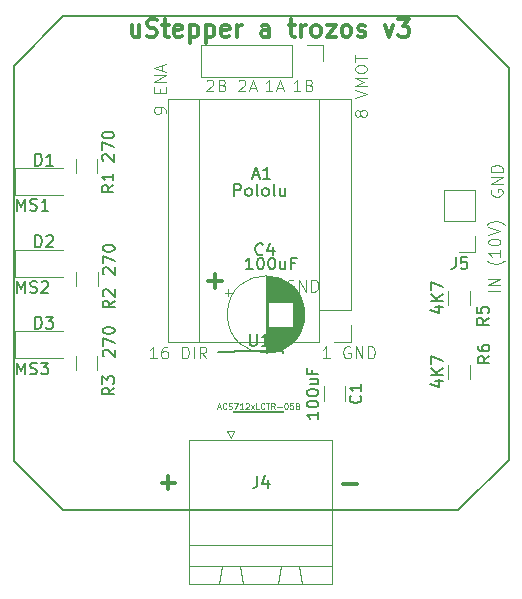
<source format=gbr>
G04 #@! TF.GenerationSoftware,KiCad,Pcbnew,5.0.1-33cea8e~68~ubuntu18.04.1*
G04 #@! TF.CreationDate,2018-11-12T21:08:18+01:00*
G04 #@! TF.ProjectId,ustepper_pololu,75737465707065725F706F6C6F6C752E,rev?*
G04 #@! TF.SameCoordinates,Original*
G04 #@! TF.FileFunction,Legend,Top*
G04 #@! TF.FilePolarity,Positive*
%FSLAX46Y46*%
G04 Gerber Fmt 4.6, Leading zero omitted, Abs format (unit mm)*
G04 Created by KiCad (PCBNEW 5.0.1-33cea8e~68~ubuntu18.04.1) date lun 12 nov 2018 21:08:18 CET*
%MOMM*%
%LPD*%
G01*
G04 APERTURE LIST*
%ADD10C,0.300000*%
%ADD11C,0.100000*%
%ADD12C,0.200000*%
%ADD13C,0.150000*%
%ADD14C,0.120000*%
G04 APERTURE END LIST*
D10*
X192292871Y-87941242D02*
X193435728Y-87941242D01*
D11*
X177289280Y-56510890D02*
X177289280Y-56320414D01*
X177241661Y-56225176D01*
X177194042Y-56177557D01*
X177051185Y-56082319D01*
X176860709Y-56034700D01*
X176479757Y-56034700D01*
X176384519Y-56082319D01*
X176336900Y-56129938D01*
X176289280Y-56225176D01*
X176289280Y-56415652D01*
X176336900Y-56510890D01*
X176384519Y-56558509D01*
X176479757Y-56606128D01*
X176717852Y-56606128D01*
X176813090Y-56558509D01*
X176860709Y-56510890D01*
X176908328Y-56415652D01*
X176908328Y-56225176D01*
X176860709Y-56129938D01*
X176813090Y-56082319D01*
X176717852Y-56034700D01*
X176765471Y-54844223D02*
X176765471Y-54510890D01*
X177289280Y-54368033D02*
X177289280Y-54844223D01*
X176289280Y-54844223D01*
X176289280Y-54368033D01*
X177289280Y-53939461D02*
X176289280Y-53939461D01*
X177289280Y-53368033D01*
X176289280Y-53368033D01*
X177003566Y-52939461D02*
X177003566Y-52463271D01*
X177289280Y-53034700D02*
X176289280Y-52701366D01*
X177289280Y-52368033D01*
D10*
X180862871Y-70783542D02*
X182005728Y-70783542D01*
X181434300Y-71354971D02*
X181434300Y-70212114D01*
D11*
X205597580Y-71622180D02*
X204597580Y-71622180D01*
X205597580Y-71145990D02*
X204597580Y-71145990D01*
X205597580Y-70574561D01*
X204597580Y-70574561D01*
X205978533Y-69050752D02*
X205930914Y-69098371D01*
X205788057Y-69193609D01*
X205692819Y-69241228D01*
X205549961Y-69288847D01*
X205311866Y-69336466D01*
X205121390Y-69336466D01*
X204883295Y-69288847D01*
X204740438Y-69241228D01*
X204645200Y-69193609D01*
X204502342Y-69098371D01*
X204454723Y-69050752D01*
X205597580Y-68145990D02*
X205597580Y-68717419D01*
X205597580Y-68431704D02*
X204597580Y-68431704D01*
X204740438Y-68526942D01*
X204835676Y-68622180D01*
X204883295Y-68717419D01*
X204597580Y-67526942D02*
X204597580Y-67431704D01*
X204645200Y-67336466D01*
X204692819Y-67288847D01*
X204788057Y-67241228D01*
X204978533Y-67193609D01*
X205216628Y-67193609D01*
X205407104Y-67241228D01*
X205502342Y-67288847D01*
X205549961Y-67336466D01*
X205597580Y-67431704D01*
X205597580Y-67526942D01*
X205549961Y-67622180D01*
X205502342Y-67669800D01*
X205407104Y-67717419D01*
X205216628Y-67765038D01*
X204978533Y-67765038D01*
X204788057Y-67717419D01*
X204692819Y-67669800D01*
X204645200Y-67622180D01*
X204597580Y-67526942D01*
X204597580Y-66907895D02*
X205597580Y-66574561D01*
X204597580Y-66241228D01*
X205978533Y-66003133D02*
X205930914Y-65955514D01*
X205788057Y-65860276D01*
X205692819Y-65812657D01*
X205549961Y-65765038D01*
X205311866Y-65717419D01*
X205121390Y-65717419D01*
X204883295Y-65765038D01*
X204740438Y-65812657D01*
X204645200Y-65860276D01*
X204502342Y-65955514D01*
X204454723Y-66003133D01*
X204848400Y-63056304D02*
X204800780Y-63151542D01*
X204800780Y-63294400D01*
X204848400Y-63437257D01*
X204943638Y-63532495D01*
X205038876Y-63580114D01*
X205229352Y-63627733D01*
X205372209Y-63627733D01*
X205562685Y-63580114D01*
X205657923Y-63532495D01*
X205753161Y-63437257D01*
X205800780Y-63294400D01*
X205800780Y-63199161D01*
X205753161Y-63056304D01*
X205705542Y-63008685D01*
X205372209Y-63008685D01*
X205372209Y-63199161D01*
X205800780Y-62580114D02*
X204800780Y-62580114D01*
X205800780Y-62008685D01*
X204800780Y-62008685D01*
X205800780Y-61532495D02*
X204800780Y-61532495D01*
X204800780Y-61294400D01*
X204848400Y-61151542D01*
X204943638Y-61056304D01*
X205038876Y-61008685D01*
X205229352Y-60961066D01*
X205372209Y-60961066D01*
X205562685Y-61008685D01*
X205657923Y-61056304D01*
X205753161Y-61151542D01*
X205800780Y-61294400D01*
X205800780Y-61532495D01*
X176525976Y-77326380D02*
X175954547Y-77326380D01*
X176240261Y-77326380D02*
X176240261Y-76326380D01*
X176145023Y-76469238D01*
X176049785Y-76564476D01*
X175954547Y-76612095D01*
X177383119Y-76326380D02*
X177192642Y-76326380D01*
X177097404Y-76374000D01*
X177049785Y-76421619D01*
X176954547Y-76564476D01*
X176906928Y-76754952D01*
X176906928Y-77135904D01*
X176954547Y-77231142D01*
X177002166Y-77278761D01*
X177097404Y-77326380D01*
X177287880Y-77326380D01*
X177383119Y-77278761D01*
X177430738Y-77231142D01*
X177478357Y-77135904D01*
X177478357Y-76897809D01*
X177430738Y-76802571D01*
X177383119Y-76754952D01*
X177287880Y-76707333D01*
X177097404Y-76707333D01*
X177002166Y-76754952D01*
X176954547Y-76802571D01*
X176906928Y-76897809D01*
X178668833Y-77326380D02*
X178668833Y-76326380D01*
X178906928Y-76326380D01*
X179049785Y-76374000D01*
X179145023Y-76469238D01*
X179192642Y-76564476D01*
X179240261Y-76754952D01*
X179240261Y-76897809D01*
X179192642Y-77088285D01*
X179145023Y-77183523D01*
X179049785Y-77278761D01*
X178906928Y-77326380D01*
X178668833Y-77326380D01*
X179668833Y-77326380D02*
X179668833Y-76326380D01*
X180716452Y-77326380D02*
X180383119Y-76850190D01*
X180145023Y-77326380D02*
X180145023Y-76326380D01*
X180525976Y-76326380D01*
X180621214Y-76374000D01*
X180668833Y-76421619D01*
X180716452Y-76516857D01*
X180716452Y-76659714D01*
X180668833Y-76754952D01*
X180621214Y-76802571D01*
X180525976Y-76850190D01*
X180145023Y-76850190D01*
D10*
X175044091Y-49095171D02*
X175044091Y-50095171D01*
X174401234Y-49095171D02*
X174401234Y-49880885D01*
X174472662Y-50023742D01*
X174615520Y-50095171D01*
X174829805Y-50095171D01*
X174972662Y-50023742D01*
X175044091Y-49952314D01*
X175686948Y-50023742D02*
X175901234Y-50095171D01*
X176258377Y-50095171D01*
X176401234Y-50023742D01*
X176472662Y-49952314D01*
X176544091Y-49809457D01*
X176544091Y-49666600D01*
X176472662Y-49523742D01*
X176401234Y-49452314D01*
X176258377Y-49380885D01*
X175972662Y-49309457D01*
X175829805Y-49238028D01*
X175758377Y-49166600D01*
X175686948Y-49023742D01*
X175686948Y-48880885D01*
X175758377Y-48738028D01*
X175829805Y-48666600D01*
X175972662Y-48595171D01*
X176329805Y-48595171D01*
X176544091Y-48666600D01*
X176972662Y-49095171D02*
X177544091Y-49095171D01*
X177186948Y-48595171D02*
X177186948Y-49880885D01*
X177258377Y-50023742D01*
X177401234Y-50095171D01*
X177544091Y-50095171D01*
X178615520Y-50023742D02*
X178472662Y-50095171D01*
X178186948Y-50095171D01*
X178044091Y-50023742D01*
X177972662Y-49880885D01*
X177972662Y-49309457D01*
X178044091Y-49166600D01*
X178186948Y-49095171D01*
X178472662Y-49095171D01*
X178615520Y-49166600D01*
X178686948Y-49309457D01*
X178686948Y-49452314D01*
X177972662Y-49595171D01*
X179329805Y-49095171D02*
X179329805Y-50595171D01*
X179329805Y-49166600D02*
X179472662Y-49095171D01*
X179758377Y-49095171D01*
X179901234Y-49166600D01*
X179972662Y-49238028D01*
X180044091Y-49380885D01*
X180044091Y-49809457D01*
X179972662Y-49952314D01*
X179901234Y-50023742D01*
X179758377Y-50095171D01*
X179472662Y-50095171D01*
X179329805Y-50023742D01*
X180686948Y-49095171D02*
X180686948Y-50595171D01*
X180686948Y-49166600D02*
X180829805Y-49095171D01*
X181115520Y-49095171D01*
X181258377Y-49166600D01*
X181329805Y-49238028D01*
X181401234Y-49380885D01*
X181401234Y-49809457D01*
X181329805Y-49952314D01*
X181258377Y-50023742D01*
X181115520Y-50095171D01*
X180829805Y-50095171D01*
X180686948Y-50023742D01*
X182615520Y-50023742D02*
X182472662Y-50095171D01*
X182186948Y-50095171D01*
X182044091Y-50023742D01*
X181972662Y-49880885D01*
X181972662Y-49309457D01*
X182044091Y-49166600D01*
X182186948Y-49095171D01*
X182472662Y-49095171D01*
X182615520Y-49166600D01*
X182686948Y-49309457D01*
X182686948Y-49452314D01*
X181972662Y-49595171D01*
X183329805Y-50095171D02*
X183329805Y-49095171D01*
X183329805Y-49380885D02*
X183401234Y-49238028D01*
X183472662Y-49166600D01*
X183615520Y-49095171D01*
X183758377Y-49095171D01*
X186044091Y-50095171D02*
X186044091Y-49309457D01*
X185972662Y-49166600D01*
X185829805Y-49095171D01*
X185544091Y-49095171D01*
X185401234Y-49166600D01*
X186044091Y-50023742D02*
X185901234Y-50095171D01*
X185544091Y-50095171D01*
X185401234Y-50023742D01*
X185329805Y-49880885D01*
X185329805Y-49738028D01*
X185401234Y-49595171D01*
X185544091Y-49523742D01*
X185901234Y-49523742D01*
X186044091Y-49452314D01*
X187686948Y-49095171D02*
X188258377Y-49095171D01*
X187901234Y-48595171D02*
X187901234Y-49880885D01*
X187972662Y-50023742D01*
X188115520Y-50095171D01*
X188258377Y-50095171D01*
X188758377Y-50095171D02*
X188758377Y-49095171D01*
X188758377Y-49380885D02*
X188829805Y-49238028D01*
X188901234Y-49166600D01*
X189044091Y-49095171D01*
X189186948Y-49095171D01*
X189901234Y-50095171D02*
X189758377Y-50023742D01*
X189686948Y-49952314D01*
X189615520Y-49809457D01*
X189615520Y-49380885D01*
X189686948Y-49238028D01*
X189758377Y-49166600D01*
X189901234Y-49095171D01*
X190115520Y-49095171D01*
X190258377Y-49166600D01*
X190329805Y-49238028D01*
X190401234Y-49380885D01*
X190401234Y-49809457D01*
X190329805Y-49952314D01*
X190258377Y-50023742D01*
X190115520Y-50095171D01*
X189901234Y-50095171D01*
X190901234Y-49095171D02*
X191686948Y-49095171D01*
X190901234Y-50095171D01*
X191686948Y-50095171D01*
X192472662Y-50095171D02*
X192329805Y-50023742D01*
X192258377Y-49952314D01*
X192186948Y-49809457D01*
X192186948Y-49380885D01*
X192258377Y-49238028D01*
X192329805Y-49166600D01*
X192472662Y-49095171D01*
X192686948Y-49095171D01*
X192829805Y-49166600D01*
X192901234Y-49238028D01*
X192972662Y-49380885D01*
X192972662Y-49809457D01*
X192901234Y-49952314D01*
X192829805Y-50023742D01*
X192686948Y-50095171D01*
X192472662Y-50095171D01*
X193544091Y-50023742D02*
X193686948Y-50095171D01*
X193972662Y-50095171D01*
X194115520Y-50023742D01*
X194186948Y-49880885D01*
X194186948Y-49809457D01*
X194115520Y-49666600D01*
X193972662Y-49595171D01*
X193758377Y-49595171D01*
X193615520Y-49523742D01*
X193544091Y-49380885D01*
X193544091Y-49309457D01*
X193615520Y-49166600D01*
X193758377Y-49095171D01*
X193972662Y-49095171D01*
X194115520Y-49166600D01*
X195829805Y-49095171D02*
X196186948Y-50095171D01*
X196544091Y-49095171D01*
X196972662Y-48595171D02*
X197901234Y-48595171D01*
X197401234Y-49166600D01*
X197615520Y-49166600D01*
X197758377Y-49238028D01*
X197829805Y-49309457D01*
X197901234Y-49452314D01*
X197901234Y-49809457D01*
X197829805Y-49952314D01*
X197758377Y-50023742D01*
X197615520Y-50095171D01*
X197186948Y-50095171D01*
X197044091Y-50023742D01*
X196972662Y-49952314D01*
D11*
X191169052Y-77313680D02*
X190597623Y-77313680D01*
X190883338Y-77313680D02*
X190883338Y-76313680D01*
X190788100Y-76456538D01*
X190692861Y-76551776D01*
X190597623Y-76599395D01*
X192883338Y-76361300D02*
X192788100Y-76313680D01*
X192645242Y-76313680D01*
X192502385Y-76361300D01*
X192407147Y-76456538D01*
X192359528Y-76551776D01*
X192311909Y-76742252D01*
X192311909Y-76885109D01*
X192359528Y-77075585D01*
X192407147Y-77170823D01*
X192502385Y-77266061D01*
X192645242Y-77313680D01*
X192740480Y-77313680D01*
X192883338Y-77266061D01*
X192930957Y-77218442D01*
X192930957Y-76885109D01*
X192740480Y-76885109D01*
X193359528Y-77313680D02*
X193359528Y-76313680D01*
X193930957Y-77313680D01*
X193930957Y-76313680D01*
X194407147Y-77313680D02*
X194407147Y-76313680D01*
X194645242Y-76313680D01*
X194788100Y-76361300D01*
X194883338Y-76456538D01*
X194930957Y-76551776D01*
X194978576Y-76742252D01*
X194978576Y-76885109D01*
X194930957Y-77075585D01*
X194883338Y-77170823D01*
X194788100Y-77266061D01*
X194645242Y-77313680D01*
X194407147Y-77313680D01*
X193748552Y-56674352D02*
X193700933Y-56769590D01*
X193653314Y-56817209D01*
X193558076Y-56864828D01*
X193510457Y-56864828D01*
X193415219Y-56817209D01*
X193367600Y-56769590D01*
X193319980Y-56674352D01*
X193319980Y-56483876D01*
X193367600Y-56388638D01*
X193415219Y-56341019D01*
X193510457Y-56293400D01*
X193558076Y-56293400D01*
X193653314Y-56341019D01*
X193700933Y-56388638D01*
X193748552Y-56483876D01*
X193748552Y-56674352D01*
X193796171Y-56769590D01*
X193843790Y-56817209D01*
X193939028Y-56864828D01*
X194129504Y-56864828D01*
X194224742Y-56817209D01*
X194272361Y-56769590D01*
X194319980Y-56674352D01*
X194319980Y-56483876D01*
X194272361Y-56388638D01*
X194224742Y-56341019D01*
X194129504Y-56293400D01*
X193939028Y-56293400D01*
X193843790Y-56341019D01*
X193796171Y-56388638D01*
X193748552Y-56483876D01*
X193319980Y-55245780D02*
X194319980Y-54912447D01*
X193319980Y-54579114D01*
X194319980Y-54245780D02*
X193319980Y-54245780D01*
X194034266Y-53912447D01*
X193319980Y-53579114D01*
X194319980Y-53579114D01*
X193319980Y-52912447D02*
X193319980Y-52721971D01*
X193367600Y-52626733D01*
X193462838Y-52531495D01*
X193653314Y-52483876D01*
X193986647Y-52483876D01*
X194177123Y-52531495D01*
X194272361Y-52626733D01*
X194319980Y-52721971D01*
X194319980Y-52912447D01*
X194272361Y-53007685D01*
X194177123Y-53102923D01*
X193986647Y-53150542D01*
X193653314Y-53150542D01*
X193462838Y-53102923D01*
X193367600Y-53007685D01*
X193319980Y-52912447D01*
X193319980Y-52198161D02*
X193319980Y-51626733D01*
X194319980Y-51912447D02*
X193319980Y-51912447D01*
X188685074Y-54725460D02*
X188113645Y-54725460D01*
X188399360Y-54725460D02*
X188399360Y-53725460D01*
X188304121Y-53868318D01*
X188208883Y-53963556D01*
X188113645Y-54011175D01*
X189446979Y-54201651D02*
X189589836Y-54249270D01*
X189637455Y-54296889D01*
X189685074Y-54392127D01*
X189685074Y-54534984D01*
X189637455Y-54630222D01*
X189589836Y-54677841D01*
X189494598Y-54725460D01*
X189113645Y-54725460D01*
X189113645Y-53725460D01*
X189446979Y-53725460D01*
X189542217Y-53773080D01*
X189589836Y-53820699D01*
X189637455Y-53915937D01*
X189637455Y-54011175D01*
X189589836Y-54106413D01*
X189542217Y-54154032D01*
X189446979Y-54201651D01*
X189113645Y-54201651D01*
X186318102Y-54725460D02*
X185746674Y-54725460D01*
X186032388Y-54725460D02*
X186032388Y-53725460D01*
X185937150Y-53868318D01*
X185841912Y-53963556D01*
X185746674Y-54011175D01*
X186699055Y-54439746D02*
X187175245Y-54439746D01*
X186603817Y-54725460D02*
X186937150Y-53725460D01*
X187270483Y-54725460D01*
X183460674Y-53820699D02*
X183508293Y-53773080D01*
X183603531Y-53725460D01*
X183841626Y-53725460D01*
X183936864Y-53773080D01*
X183984483Y-53820699D01*
X184032102Y-53915937D01*
X184032102Y-54011175D01*
X183984483Y-54154032D01*
X183413055Y-54725460D01*
X184032102Y-54725460D01*
X184413055Y-54439746D02*
X184889245Y-54439746D01*
X184317817Y-54725460D02*
X184651150Y-53725460D01*
X184984483Y-54725460D01*
X180747645Y-53820699D02*
X180795264Y-53773080D01*
X180890502Y-53725460D01*
X181128598Y-53725460D01*
X181223836Y-53773080D01*
X181271455Y-53820699D01*
X181319074Y-53915937D01*
X181319074Y-54011175D01*
X181271455Y-54154032D01*
X180700026Y-54725460D01*
X181319074Y-54725460D01*
X182080979Y-54201651D02*
X182223836Y-54249270D01*
X182271455Y-54296889D01*
X182319074Y-54392127D01*
X182319074Y-54534984D01*
X182271455Y-54630222D01*
X182223836Y-54677841D01*
X182128598Y-54725460D01*
X181747645Y-54725460D01*
X181747645Y-53725460D01*
X182080979Y-53725460D01*
X182176217Y-53773080D01*
X182223836Y-53820699D01*
X182271455Y-53915937D01*
X182271455Y-54011175D01*
X182223836Y-54106413D01*
X182176217Y-54154032D01*
X182080979Y-54201651D01*
X181747645Y-54201651D01*
X188089195Y-70709800D02*
X187993957Y-70662180D01*
X187851100Y-70662180D01*
X187708242Y-70709800D01*
X187613004Y-70805038D01*
X187565385Y-70900276D01*
X187517766Y-71090752D01*
X187517766Y-71233609D01*
X187565385Y-71424085D01*
X187613004Y-71519323D01*
X187708242Y-71614561D01*
X187851100Y-71662180D01*
X187946338Y-71662180D01*
X188089195Y-71614561D01*
X188136814Y-71566942D01*
X188136814Y-71233609D01*
X187946338Y-71233609D01*
X188565385Y-71662180D02*
X188565385Y-70662180D01*
X189136814Y-71662180D01*
X189136814Y-70662180D01*
X189613004Y-71662180D02*
X189613004Y-70662180D01*
X189851100Y-70662180D01*
X189993957Y-70709800D01*
X190089195Y-70805038D01*
X190136814Y-70900276D01*
X190184433Y-71090752D01*
X190184433Y-71233609D01*
X190136814Y-71424085D01*
X190089195Y-71519323D01*
X189993957Y-71614561D01*
X189851100Y-71662180D01*
X189613004Y-71662180D01*
D10*
X176938571Y-87852342D02*
X178081428Y-87852342D01*
X177510000Y-88423771D02*
X177510000Y-87280914D01*
D12*
X164400000Y-86000000D02*
X164400000Y-52600000D01*
X168600000Y-90200000D02*
X164400000Y-86000000D01*
X202000000Y-90200000D02*
X168600000Y-90200000D01*
X206300000Y-85900000D02*
X202000000Y-90200000D01*
X206300000Y-52700000D02*
X206300000Y-85900000D01*
X201900000Y-48300000D02*
X206300000Y-52700000D01*
X168600000Y-48300000D02*
X201900000Y-48300000D01*
X164400000Y-52600000D02*
X168600000Y-48300000D01*
D13*
G04 #@! TO.C,U1*
X183093100Y-76737400D02*
X183093100Y-76787400D01*
X187243100Y-76737400D02*
X187243100Y-76882400D01*
X187243100Y-81887400D02*
X187243100Y-81742400D01*
X183093100Y-81887400D02*
X183093100Y-81742400D01*
X183093100Y-76737400D02*
X187243100Y-76737400D01*
X183093100Y-81887400D02*
X187243100Y-81887400D01*
X183093100Y-76787400D02*
X181693100Y-76787400D01*
D14*
G04 #@! TO.C,A1*
X180100800Y-75937200D02*
X180100800Y-55357200D01*
X190260800Y-73267200D02*
X190260800Y-55357200D01*
X191530800Y-75937200D02*
X192930800Y-75937200D01*
X192930800Y-75937200D02*
X192930800Y-74537200D01*
X190260800Y-75937200D02*
X190260800Y-73267200D01*
X190260800Y-73267200D02*
X192930800Y-73267200D01*
X192930800Y-73267200D02*
X192930800Y-55357200D01*
X192930800Y-55357200D02*
X177430800Y-55357200D01*
X177430800Y-55357200D02*
X177430800Y-75937200D01*
X177430800Y-75937200D02*
X190260800Y-75937200D01*
G04 #@! TO.C,J5*
X203478000Y-63098000D02*
X200818000Y-63098000D01*
X203478000Y-65698000D02*
X203478000Y-63098000D01*
X200818000Y-65698000D02*
X200818000Y-63098000D01*
X203478000Y-65698000D02*
X200818000Y-65698000D01*
X203478000Y-66968000D02*
X203478000Y-68298000D01*
X203478000Y-68298000D02*
X202148000Y-68298000D01*
G04 #@! TO.C,C4*
X189040400Y-73597400D02*
G75*
G03X189040400Y-73597400I-3270000J0D01*
G01*
X185770400Y-70367400D02*
X185770400Y-76827400D01*
X185810400Y-70367400D02*
X185810400Y-76827400D01*
X185850400Y-70367400D02*
X185850400Y-76827400D01*
X185890400Y-70369400D02*
X185890400Y-76825400D01*
X185930400Y-70370400D02*
X185930400Y-76824400D01*
X185970400Y-70373400D02*
X185970400Y-76821400D01*
X186010400Y-70375400D02*
X186010400Y-72557400D01*
X186010400Y-74637400D02*
X186010400Y-76819400D01*
X186050400Y-70379400D02*
X186050400Y-72557400D01*
X186050400Y-74637400D02*
X186050400Y-76815400D01*
X186090400Y-70382400D02*
X186090400Y-72557400D01*
X186090400Y-74637400D02*
X186090400Y-76812400D01*
X186130400Y-70386400D02*
X186130400Y-72557400D01*
X186130400Y-74637400D02*
X186130400Y-76808400D01*
X186170400Y-70391400D02*
X186170400Y-72557400D01*
X186170400Y-74637400D02*
X186170400Y-76803400D01*
X186210400Y-70396400D02*
X186210400Y-72557400D01*
X186210400Y-74637400D02*
X186210400Y-76798400D01*
X186250400Y-70402400D02*
X186250400Y-72557400D01*
X186250400Y-74637400D02*
X186250400Y-76792400D01*
X186290400Y-70408400D02*
X186290400Y-72557400D01*
X186290400Y-74637400D02*
X186290400Y-76786400D01*
X186330400Y-70415400D02*
X186330400Y-72557400D01*
X186330400Y-74637400D02*
X186330400Y-76779400D01*
X186370400Y-70422400D02*
X186370400Y-72557400D01*
X186370400Y-74637400D02*
X186370400Y-76772400D01*
X186410400Y-70430400D02*
X186410400Y-72557400D01*
X186410400Y-74637400D02*
X186410400Y-76764400D01*
X186450400Y-70438400D02*
X186450400Y-72557400D01*
X186450400Y-74637400D02*
X186450400Y-76756400D01*
X186491400Y-70447400D02*
X186491400Y-72557400D01*
X186491400Y-74637400D02*
X186491400Y-76747400D01*
X186531400Y-70456400D02*
X186531400Y-72557400D01*
X186531400Y-74637400D02*
X186531400Y-76738400D01*
X186571400Y-70466400D02*
X186571400Y-72557400D01*
X186571400Y-74637400D02*
X186571400Y-76728400D01*
X186611400Y-70476400D02*
X186611400Y-72557400D01*
X186611400Y-74637400D02*
X186611400Y-76718400D01*
X186651400Y-70487400D02*
X186651400Y-72557400D01*
X186651400Y-74637400D02*
X186651400Y-76707400D01*
X186691400Y-70499400D02*
X186691400Y-72557400D01*
X186691400Y-74637400D02*
X186691400Y-76695400D01*
X186731400Y-70511400D02*
X186731400Y-72557400D01*
X186731400Y-74637400D02*
X186731400Y-76683400D01*
X186771400Y-70523400D02*
X186771400Y-72557400D01*
X186771400Y-74637400D02*
X186771400Y-76671400D01*
X186811400Y-70536400D02*
X186811400Y-72557400D01*
X186811400Y-74637400D02*
X186811400Y-76658400D01*
X186851400Y-70550400D02*
X186851400Y-72557400D01*
X186851400Y-74637400D02*
X186851400Y-76644400D01*
X186891400Y-70564400D02*
X186891400Y-72557400D01*
X186891400Y-74637400D02*
X186891400Y-76630400D01*
X186931400Y-70579400D02*
X186931400Y-72557400D01*
X186931400Y-74637400D02*
X186931400Y-76615400D01*
X186971400Y-70595400D02*
X186971400Y-72557400D01*
X186971400Y-74637400D02*
X186971400Y-76599400D01*
X187011400Y-70611400D02*
X187011400Y-72557400D01*
X187011400Y-74637400D02*
X187011400Y-76583400D01*
X187051400Y-70627400D02*
X187051400Y-72557400D01*
X187051400Y-74637400D02*
X187051400Y-76567400D01*
X187091400Y-70645400D02*
X187091400Y-72557400D01*
X187091400Y-74637400D02*
X187091400Y-76549400D01*
X187131400Y-70663400D02*
X187131400Y-72557400D01*
X187131400Y-74637400D02*
X187131400Y-76531400D01*
X187171400Y-70681400D02*
X187171400Y-72557400D01*
X187171400Y-74637400D02*
X187171400Y-76513400D01*
X187211400Y-70701400D02*
X187211400Y-72557400D01*
X187211400Y-74637400D02*
X187211400Y-76493400D01*
X187251400Y-70721400D02*
X187251400Y-72557400D01*
X187251400Y-74637400D02*
X187251400Y-76473400D01*
X187291400Y-70741400D02*
X187291400Y-72557400D01*
X187291400Y-74637400D02*
X187291400Y-76453400D01*
X187331400Y-70763400D02*
X187331400Y-72557400D01*
X187331400Y-74637400D02*
X187331400Y-76431400D01*
X187371400Y-70785400D02*
X187371400Y-72557400D01*
X187371400Y-74637400D02*
X187371400Y-76409400D01*
X187411400Y-70807400D02*
X187411400Y-72557400D01*
X187411400Y-74637400D02*
X187411400Y-76387400D01*
X187451400Y-70831400D02*
X187451400Y-72557400D01*
X187451400Y-74637400D02*
X187451400Y-76363400D01*
X187491400Y-70855400D02*
X187491400Y-72557400D01*
X187491400Y-74637400D02*
X187491400Y-76339400D01*
X187531400Y-70881400D02*
X187531400Y-72557400D01*
X187531400Y-74637400D02*
X187531400Y-76313400D01*
X187571400Y-70907400D02*
X187571400Y-72557400D01*
X187571400Y-74637400D02*
X187571400Y-76287400D01*
X187611400Y-70933400D02*
X187611400Y-72557400D01*
X187611400Y-74637400D02*
X187611400Y-76261400D01*
X187651400Y-70961400D02*
X187651400Y-72557400D01*
X187651400Y-74637400D02*
X187651400Y-76233400D01*
X187691400Y-70990400D02*
X187691400Y-72557400D01*
X187691400Y-74637400D02*
X187691400Y-76204400D01*
X187731400Y-71019400D02*
X187731400Y-72557400D01*
X187731400Y-74637400D02*
X187731400Y-76175400D01*
X187771400Y-71049400D02*
X187771400Y-72557400D01*
X187771400Y-74637400D02*
X187771400Y-76145400D01*
X187811400Y-71081400D02*
X187811400Y-72557400D01*
X187811400Y-74637400D02*
X187811400Y-76113400D01*
X187851400Y-71113400D02*
X187851400Y-72557400D01*
X187851400Y-74637400D02*
X187851400Y-76081400D01*
X187891400Y-71147400D02*
X187891400Y-72557400D01*
X187891400Y-74637400D02*
X187891400Y-76047400D01*
X187931400Y-71181400D02*
X187931400Y-72557400D01*
X187931400Y-74637400D02*
X187931400Y-76013400D01*
X187971400Y-71217400D02*
X187971400Y-72557400D01*
X187971400Y-74637400D02*
X187971400Y-75977400D01*
X188011400Y-71254400D02*
X188011400Y-72557400D01*
X188011400Y-74637400D02*
X188011400Y-75940400D01*
X188051400Y-71292400D02*
X188051400Y-72557400D01*
X188051400Y-74637400D02*
X188051400Y-75902400D01*
X188091400Y-71332400D02*
X188091400Y-75862400D01*
X188131400Y-71373400D02*
X188131400Y-75821400D01*
X188171400Y-71415400D02*
X188171400Y-75779400D01*
X188211400Y-71460400D02*
X188211400Y-75734400D01*
X188251400Y-71505400D02*
X188251400Y-75689400D01*
X188291400Y-71553400D02*
X188291400Y-75641400D01*
X188331400Y-71602400D02*
X188331400Y-75592400D01*
X188371400Y-71653400D02*
X188371400Y-75541400D01*
X188411400Y-71707400D02*
X188411400Y-75487400D01*
X188451400Y-71763400D02*
X188451400Y-75431400D01*
X188491400Y-71821400D02*
X188491400Y-75373400D01*
X188531400Y-71883400D02*
X188531400Y-75311400D01*
X188571400Y-71947400D02*
X188571400Y-75247400D01*
X188611400Y-72016400D02*
X188611400Y-75178400D01*
X188651400Y-72088400D02*
X188651400Y-75106400D01*
X188691400Y-72165400D02*
X188691400Y-75029400D01*
X188731400Y-72247400D02*
X188731400Y-74947400D01*
X188771400Y-72335400D02*
X188771400Y-74859400D01*
X188811400Y-72432400D02*
X188811400Y-74762400D01*
X188851400Y-72538400D02*
X188851400Y-74656400D01*
X188891400Y-72657400D02*
X188891400Y-74537400D01*
X188931400Y-72795400D02*
X188931400Y-74399400D01*
X188971400Y-72964400D02*
X188971400Y-74230400D01*
X189011400Y-73195400D02*
X189011400Y-73999400D01*
X182270159Y-71758400D02*
X182900159Y-71758400D01*
X182585159Y-71443400D02*
X182585159Y-72073400D01*
G04 #@! TO.C,J4*
X179213200Y-84268200D02*
X179213200Y-96428200D01*
X179213200Y-96428200D02*
X191373200Y-96428200D01*
X191373200Y-96428200D02*
X191373200Y-84268200D01*
X191373200Y-84268200D02*
X179213200Y-84268200D01*
X179213200Y-94928200D02*
X179213200Y-93128200D01*
X179213200Y-93128200D02*
X191373200Y-93128200D01*
X191373200Y-93128200D02*
X191373200Y-94928200D01*
X191373200Y-94928200D02*
X179213200Y-94928200D01*
X181793200Y-96428200D02*
X183793200Y-96428200D01*
X183793200Y-96428200D02*
X183543200Y-94928200D01*
X183543200Y-94928200D02*
X182043200Y-94928200D01*
X182043200Y-94928200D02*
X181793200Y-96428200D01*
X186793200Y-96428200D02*
X188793200Y-96428200D01*
X188793200Y-96428200D02*
X188543200Y-94928200D01*
X188543200Y-94928200D02*
X187043200Y-94928200D01*
X187043200Y-94928200D02*
X186793200Y-96428200D01*
X183093200Y-83468200D02*
X182793200Y-84068200D01*
X182793200Y-84068200D02*
X182493200Y-83468200D01*
X182493200Y-83468200D02*
X183093200Y-83468200D01*
G04 #@! TO.C,R5*
X203007200Y-71598336D02*
X203007200Y-72802464D01*
X201187200Y-71598336D02*
X201187200Y-72802464D01*
G04 #@! TO.C,R6*
X201187200Y-77846736D02*
X201187200Y-79050864D01*
X203007200Y-77846736D02*
X203007200Y-79050864D01*
G04 #@! TO.C,J1*
X180294800Y-50804400D02*
X180294800Y-53464400D01*
X187974800Y-50804400D02*
X180294800Y-50804400D01*
X187974800Y-53464400D02*
X180294800Y-53464400D01*
X187974800Y-50804400D02*
X187974800Y-53464400D01*
X189244800Y-50804400D02*
X190574800Y-50804400D01*
X190574800Y-50804400D02*
X190574800Y-52134400D01*
G04 #@! TO.C,C1*
X192478900Y-79700936D02*
X192478900Y-80905064D01*
X190658900Y-79700936D02*
X190658900Y-80905064D01*
G04 #@! TO.C,D1*
X168556300Y-61235600D02*
X164496300Y-61235600D01*
X164496300Y-61235600D02*
X164496300Y-63505600D01*
X164496300Y-63505600D02*
X168556300Y-63505600D01*
G04 #@! TO.C,D2*
X164496300Y-70401700D02*
X168556300Y-70401700D01*
X164496300Y-68131700D02*
X164496300Y-70401700D01*
X168556300Y-68131700D02*
X164496300Y-68131700D01*
G04 #@! TO.C,D3*
X168556300Y-75027800D02*
X164496300Y-75027800D01*
X164496300Y-75027800D02*
X164496300Y-77297800D01*
X164496300Y-77297800D02*
X168556300Y-77297800D01*
G04 #@! TO.C,R1*
X171485800Y-60409636D02*
X171485800Y-61613764D01*
X169665800Y-60409636D02*
X169665800Y-61613764D01*
G04 #@! TO.C,R2*
X171536600Y-71214964D02*
X171536600Y-70010836D01*
X169716600Y-71214964D02*
X169716600Y-70010836D01*
G04 #@! TO.C,R3*
X169665800Y-78301564D02*
X169665800Y-77097436D01*
X171485800Y-78301564D02*
X171485800Y-77097436D01*
G04 #@! TO.C,U1*
D13*
X184406195Y-75264780D02*
X184406195Y-76074304D01*
X184453814Y-76169542D01*
X184501433Y-76217161D01*
X184596671Y-76264780D01*
X184787147Y-76264780D01*
X184882385Y-76217161D01*
X184930004Y-76169542D01*
X184977623Y-76074304D01*
X184977623Y-75264780D01*
X185977623Y-76264780D02*
X185406195Y-76264780D01*
X185691909Y-76264780D02*
X185691909Y-75264780D01*
X185596671Y-75407638D01*
X185501433Y-75502876D01*
X185406195Y-75550495D01*
D11*
X181677619Y-81465833D02*
X181915714Y-81465833D01*
X181630000Y-81608690D02*
X181796666Y-81108690D01*
X181963333Y-81608690D01*
X182415714Y-81561071D02*
X182391904Y-81584880D01*
X182320476Y-81608690D01*
X182272857Y-81608690D01*
X182201428Y-81584880D01*
X182153809Y-81537261D01*
X182130000Y-81489642D01*
X182106190Y-81394404D01*
X182106190Y-81322976D01*
X182130000Y-81227738D01*
X182153809Y-81180119D01*
X182201428Y-81132500D01*
X182272857Y-81108690D01*
X182320476Y-81108690D01*
X182391904Y-81132500D01*
X182415714Y-81156309D01*
X182606190Y-81584880D02*
X182677619Y-81608690D01*
X182796666Y-81608690D01*
X182844285Y-81584880D01*
X182868095Y-81561071D01*
X182891904Y-81513452D01*
X182891904Y-81465833D01*
X182868095Y-81418214D01*
X182844285Y-81394404D01*
X182796666Y-81370595D01*
X182701428Y-81346785D01*
X182653809Y-81322976D01*
X182630000Y-81299166D01*
X182606190Y-81251547D01*
X182606190Y-81203928D01*
X182630000Y-81156309D01*
X182653809Y-81132500D01*
X182701428Y-81108690D01*
X182820476Y-81108690D01*
X182891904Y-81132500D01*
X183058571Y-81108690D02*
X183391904Y-81108690D01*
X183177619Y-81608690D01*
X183844285Y-81608690D02*
X183558571Y-81608690D01*
X183701428Y-81608690D02*
X183701428Y-81108690D01*
X183653809Y-81180119D01*
X183606190Y-81227738D01*
X183558571Y-81251547D01*
X184034761Y-81156309D02*
X184058571Y-81132500D01*
X184106190Y-81108690D01*
X184225238Y-81108690D01*
X184272857Y-81132500D01*
X184296666Y-81156309D01*
X184320476Y-81203928D01*
X184320476Y-81251547D01*
X184296666Y-81322976D01*
X184010952Y-81608690D01*
X184320476Y-81608690D01*
X184487142Y-81608690D02*
X184749047Y-81275357D01*
X184487142Y-81275357D02*
X184749047Y-81608690D01*
X185177619Y-81608690D02*
X184939523Y-81608690D01*
X184939523Y-81108690D01*
X185630000Y-81561071D02*
X185606190Y-81584880D01*
X185534761Y-81608690D01*
X185487142Y-81608690D01*
X185415714Y-81584880D01*
X185368095Y-81537261D01*
X185344285Y-81489642D01*
X185320476Y-81394404D01*
X185320476Y-81322976D01*
X185344285Y-81227738D01*
X185368095Y-81180119D01*
X185415714Y-81132500D01*
X185487142Y-81108690D01*
X185534761Y-81108690D01*
X185606190Y-81132500D01*
X185630000Y-81156309D01*
X185772857Y-81108690D02*
X186058571Y-81108690D01*
X185915714Y-81608690D02*
X185915714Y-81108690D01*
X186510952Y-81608690D02*
X186344285Y-81370595D01*
X186225238Y-81608690D02*
X186225238Y-81108690D01*
X186415714Y-81108690D01*
X186463333Y-81132500D01*
X186487142Y-81156309D01*
X186510952Y-81203928D01*
X186510952Y-81275357D01*
X186487142Y-81322976D01*
X186463333Y-81346785D01*
X186415714Y-81370595D01*
X186225238Y-81370595D01*
X186725238Y-81418214D02*
X187106190Y-81418214D01*
X187439523Y-81108690D02*
X187487142Y-81108690D01*
X187534761Y-81132500D01*
X187558571Y-81156309D01*
X187582380Y-81203928D01*
X187606190Y-81299166D01*
X187606190Y-81418214D01*
X187582380Y-81513452D01*
X187558571Y-81561071D01*
X187534761Y-81584880D01*
X187487142Y-81608690D01*
X187439523Y-81608690D01*
X187391904Y-81584880D01*
X187368095Y-81561071D01*
X187344285Y-81513452D01*
X187320476Y-81418214D01*
X187320476Y-81299166D01*
X187344285Y-81203928D01*
X187368095Y-81156309D01*
X187391904Y-81132500D01*
X187439523Y-81108690D01*
X188058571Y-81108690D02*
X187820476Y-81108690D01*
X187796666Y-81346785D01*
X187820476Y-81322976D01*
X187868095Y-81299166D01*
X187987142Y-81299166D01*
X188034761Y-81322976D01*
X188058571Y-81346785D01*
X188082380Y-81394404D01*
X188082380Y-81513452D01*
X188058571Y-81561071D01*
X188034761Y-81584880D01*
X187987142Y-81608690D01*
X187868095Y-81608690D01*
X187820476Y-81584880D01*
X187796666Y-81561071D01*
X188463333Y-81346785D02*
X188534761Y-81370595D01*
X188558571Y-81394404D01*
X188582380Y-81442023D01*
X188582380Y-81513452D01*
X188558571Y-81561071D01*
X188534761Y-81584880D01*
X188487142Y-81608690D01*
X188296666Y-81608690D01*
X188296666Y-81108690D01*
X188463333Y-81108690D01*
X188510952Y-81132500D01*
X188534761Y-81156309D01*
X188558571Y-81203928D01*
X188558571Y-81251547D01*
X188534761Y-81299166D01*
X188510952Y-81322976D01*
X188463333Y-81346785D01*
X188296666Y-81346785D01*
G04 #@! TO.C,A1*
D13*
X184695114Y-61838766D02*
X185171304Y-61838766D01*
X184599876Y-62124480D02*
X184933209Y-61124480D01*
X185266542Y-62124480D01*
X186123685Y-62124480D02*
X185552257Y-62124480D01*
X185837971Y-62124480D02*
X185837971Y-61124480D01*
X185742733Y-61267338D01*
X185647495Y-61362576D01*
X185552257Y-61410195D01*
X183076042Y-63559580D02*
X183076042Y-62559580D01*
X183456995Y-62559580D01*
X183552233Y-62607200D01*
X183599852Y-62654819D01*
X183647471Y-62750057D01*
X183647471Y-62892914D01*
X183599852Y-62988152D01*
X183552233Y-63035771D01*
X183456995Y-63083390D01*
X183076042Y-63083390D01*
X184218900Y-63559580D02*
X184123661Y-63511961D01*
X184076042Y-63464342D01*
X184028423Y-63369104D01*
X184028423Y-63083390D01*
X184076042Y-62988152D01*
X184123661Y-62940533D01*
X184218900Y-62892914D01*
X184361757Y-62892914D01*
X184456995Y-62940533D01*
X184504614Y-62988152D01*
X184552233Y-63083390D01*
X184552233Y-63369104D01*
X184504614Y-63464342D01*
X184456995Y-63511961D01*
X184361757Y-63559580D01*
X184218900Y-63559580D01*
X185123661Y-63559580D02*
X185028423Y-63511961D01*
X184980804Y-63416723D01*
X184980804Y-62559580D01*
X185647471Y-63559580D02*
X185552233Y-63511961D01*
X185504614Y-63464342D01*
X185456995Y-63369104D01*
X185456995Y-63083390D01*
X185504614Y-62988152D01*
X185552233Y-62940533D01*
X185647471Y-62892914D01*
X185790328Y-62892914D01*
X185885566Y-62940533D01*
X185933185Y-62988152D01*
X185980804Y-63083390D01*
X185980804Y-63369104D01*
X185933185Y-63464342D01*
X185885566Y-63511961D01*
X185790328Y-63559580D01*
X185647471Y-63559580D01*
X186552233Y-63559580D02*
X186456995Y-63511961D01*
X186409376Y-63416723D01*
X186409376Y-62559580D01*
X187361757Y-62892914D02*
X187361757Y-63559580D01*
X186933185Y-62892914D02*
X186933185Y-63416723D01*
X186980804Y-63511961D01*
X187076042Y-63559580D01*
X187218900Y-63559580D01*
X187314138Y-63511961D01*
X187361757Y-63464342D01*
G04 #@! TO.C,J5*
X201814666Y-68750380D02*
X201814666Y-69464666D01*
X201767047Y-69607523D01*
X201671809Y-69702761D01*
X201528952Y-69750380D01*
X201433714Y-69750380D01*
X202767047Y-68750380D02*
X202290857Y-68750380D01*
X202243238Y-69226571D01*
X202290857Y-69178952D01*
X202386095Y-69131333D01*
X202624190Y-69131333D01*
X202719428Y-69178952D01*
X202767047Y-69226571D01*
X202814666Y-69321809D01*
X202814666Y-69559904D01*
X202767047Y-69655142D01*
X202719428Y-69702761D01*
X202624190Y-69750380D01*
X202386095Y-69750380D01*
X202290857Y-69702761D01*
X202243238Y-69655142D01*
G04 #@! TO.C,C4*
X185496733Y-68493542D02*
X185449114Y-68541161D01*
X185306257Y-68588780D01*
X185211019Y-68588780D01*
X185068161Y-68541161D01*
X184972923Y-68445923D01*
X184925304Y-68350685D01*
X184877685Y-68160209D01*
X184877685Y-68017352D01*
X184925304Y-67826876D01*
X184972923Y-67731638D01*
X185068161Y-67636400D01*
X185211019Y-67588780D01*
X185306257Y-67588780D01*
X185449114Y-67636400D01*
X185496733Y-67684019D01*
X186353876Y-67922114D02*
X186353876Y-68588780D01*
X186115780Y-67541161D02*
X185877685Y-68255447D01*
X186496733Y-68255447D01*
X184636480Y-69782580D02*
X184065052Y-69782580D01*
X184350766Y-69782580D02*
X184350766Y-68782580D01*
X184255528Y-68925438D01*
X184160290Y-69020676D01*
X184065052Y-69068295D01*
X185255528Y-68782580D02*
X185350766Y-68782580D01*
X185446004Y-68830200D01*
X185493623Y-68877819D01*
X185541242Y-68973057D01*
X185588861Y-69163533D01*
X185588861Y-69401628D01*
X185541242Y-69592104D01*
X185493623Y-69687342D01*
X185446004Y-69734961D01*
X185350766Y-69782580D01*
X185255528Y-69782580D01*
X185160290Y-69734961D01*
X185112671Y-69687342D01*
X185065052Y-69592104D01*
X185017433Y-69401628D01*
X185017433Y-69163533D01*
X185065052Y-68973057D01*
X185112671Y-68877819D01*
X185160290Y-68830200D01*
X185255528Y-68782580D01*
X186207909Y-68782580D02*
X186303147Y-68782580D01*
X186398385Y-68830200D01*
X186446004Y-68877819D01*
X186493623Y-68973057D01*
X186541242Y-69163533D01*
X186541242Y-69401628D01*
X186493623Y-69592104D01*
X186446004Y-69687342D01*
X186398385Y-69734961D01*
X186303147Y-69782580D01*
X186207909Y-69782580D01*
X186112671Y-69734961D01*
X186065052Y-69687342D01*
X186017433Y-69592104D01*
X185969814Y-69401628D01*
X185969814Y-69163533D01*
X186017433Y-68973057D01*
X186065052Y-68877819D01*
X186112671Y-68830200D01*
X186207909Y-68782580D01*
X187398385Y-69115914D02*
X187398385Y-69782580D01*
X186969814Y-69115914D02*
X186969814Y-69639723D01*
X187017433Y-69734961D01*
X187112671Y-69782580D01*
X187255528Y-69782580D01*
X187350766Y-69734961D01*
X187398385Y-69687342D01*
X188207909Y-69258771D02*
X187874576Y-69258771D01*
X187874576Y-69782580D02*
X187874576Y-68782580D01*
X188350766Y-68782580D01*
G04 #@! TO.C,J4*
X185025266Y-87261080D02*
X185025266Y-87975366D01*
X184977647Y-88118223D01*
X184882409Y-88213461D01*
X184739552Y-88261080D01*
X184644314Y-88261080D01*
X185930028Y-87594414D02*
X185930028Y-88261080D01*
X185691933Y-87213461D02*
X185453838Y-87927747D01*
X186072885Y-87927747D01*
G04 #@! TO.C,R5*
X204619680Y-73891066D02*
X204143490Y-74224400D01*
X204619680Y-74462495D02*
X203619680Y-74462495D01*
X203619680Y-74081542D01*
X203667300Y-73986304D01*
X203714919Y-73938685D01*
X203810157Y-73891066D01*
X203953014Y-73891066D01*
X204048252Y-73938685D01*
X204095871Y-73986304D01*
X204143490Y-74081542D01*
X204143490Y-74462495D01*
X203619680Y-72986304D02*
X203619680Y-73462495D01*
X204095871Y-73510114D01*
X204048252Y-73462495D01*
X204000633Y-73367257D01*
X204000633Y-73129161D01*
X204048252Y-73033923D01*
X204095871Y-72986304D01*
X204191109Y-72938685D01*
X204429204Y-72938685D01*
X204524442Y-72986304D01*
X204572061Y-73033923D01*
X204619680Y-73129161D01*
X204619680Y-73367257D01*
X204572061Y-73462495D01*
X204524442Y-73510114D01*
X200062914Y-72986114D02*
X200729580Y-72986114D01*
X199681961Y-73224209D02*
X200396247Y-73462304D01*
X200396247Y-72843257D01*
X200729580Y-72462304D02*
X199729580Y-72462304D01*
X200729580Y-71890876D02*
X200158152Y-72319447D01*
X199729580Y-71890876D02*
X200301009Y-72462304D01*
X199729580Y-71557542D02*
X199729580Y-70890876D01*
X200729580Y-71319447D01*
G04 #@! TO.C,R6*
X204683180Y-77116866D02*
X204206990Y-77450200D01*
X204683180Y-77688295D02*
X203683180Y-77688295D01*
X203683180Y-77307342D01*
X203730800Y-77212104D01*
X203778419Y-77164485D01*
X203873657Y-77116866D01*
X204016514Y-77116866D01*
X204111752Y-77164485D01*
X204159371Y-77212104D01*
X204206990Y-77307342D01*
X204206990Y-77688295D01*
X203683180Y-76259723D02*
X203683180Y-76450200D01*
X203730800Y-76545438D01*
X203778419Y-76593057D01*
X203921276Y-76688295D01*
X204111752Y-76735914D01*
X204492704Y-76735914D01*
X204587942Y-76688295D01*
X204635561Y-76640676D01*
X204683180Y-76545438D01*
X204683180Y-76354961D01*
X204635561Y-76259723D01*
X204587942Y-76212104D01*
X204492704Y-76164485D01*
X204254609Y-76164485D01*
X204159371Y-76212104D01*
X204111752Y-76259723D01*
X204064133Y-76354961D01*
X204064133Y-76545438D01*
X204111752Y-76640676D01*
X204159371Y-76688295D01*
X204254609Y-76735914D01*
X200062914Y-79234514D02*
X200729580Y-79234514D01*
X199681961Y-79472609D02*
X200396247Y-79710704D01*
X200396247Y-79091657D01*
X200729580Y-78710704D02*
X199729580Y-78710704D01*
X200729580Y-78139276D02*
X200158152Y-78567847D01*
X199729580Y-78139276D02*
X200301009Y-78710704D01*
X199729580Y-77805942D02*
X199729580Y-77139276D01*
X200729580Y-77567847D01*
G04 #@! TO.C,C1*
X193746042Y-80469666D02*
X193793661Y-80517285D01*
X193841280Y-80660142D01*
X193841280Y-80755380D01*
X193793661Y-80898238D01*
X193698423Y-80993476D01*
X193603185Y-81041095D01*
X193412709Y-81088714D01*
X193269852Y-81088714D01*
X193079376Y-81041095D01*
X192984138Y-80993476D01*
X192888900Y-80898238D01*
X192841280Y-80755380D01*
X192841280Y-80660142D01*
X192888900Y-80517285D01*
X192936519Y-80469666D01*
X193841280Y-79517285D02*
X193841280Y-80088714D01*
X193841280Y-79803000D02*
X192841280Y-79803000D01*
X192984138Y-79898238D01*
X193079376Y-79993476D01*
X193126995Y-80088714D01*
X190201280Y-81850619D02*
X190201280Y-82422047D01*
X190201280Y-82136333D02*
X189201280Y-82136333D01*
X189344138Y-82231571D01*
X189439376Y-82326809D01*
X189486995Y-82422047D01*
X189201280Y-81231571D02*
X189201280Y-81136333D01*
X189248900Y-81041095D01*
X189296519Y-80993476D01*
X189391757Y-80945857D01*
X189582233Y-80898238D01*
X189820328Y-80898238D01*
X190010804Y-80945857D01*
X190106042Y-80993476D01*
X190153661Y-81041095D01*
X190201280Y-81136333D01*
X190201280Y-81231571D01*
X190153661Y-81326809D01*
X190106042Y-81374428D01*
X190010804Y-81422047D01*
X189820328Y-81469666D01*
X189582233Y-81469666D01*
X189391757Y-81422047D01*
X189296519Y-81374428D01*
X189248900Y-81326809D01*
X189201280Y-81231571D01*
X189201280Y-80279190D02*
X189201280Y-80183952D01*
X189248900Y-80088714D01*
X189296519Y-80041095D01*
X189391757Y-79993476D01*
X189582233Y-79945857D01*
X189820328Y-79945857D01*
X190010804Y-79993476D01*
X190106042Y-80041095D01*
X190153661Y-80088714D01*
X190201280Y-80183952D01*
X190201280Y-80279190D01*
X190153661Y-80374428D01*
X190106042Y-80422047D01*
X190010804Y-80469666D01*
X189820328Y-80517285D01*
X189582233Y-80517285D01*
X189391757Y-80469666D01*
X189296519Y-80422047D01*
X189248900Y-80374428D01*
X189201280Y-80279190D01*
X189534614Y-79088714D02*
X190201280Y-79088714D01*
X189534614Y-79517285D02*
X190058423Y-79517285D01*
X190153661Y-79469666D01*
X190201280Y-79374428D01*
X190201280Y-79231571D01*
X190153661Y-79136333D01*
X190106042Y-79088714D01*
X189677471Y-78279190D02*
X189677471Y-78612523D01*
X190201280Y-78612523D02*
X189201280Y-78612523D01*
X189201280Y-78136333D01*
G04 #@! TO.C,D1*
X166218204Y-61002980D02*
X166218204Y-60002980D01*
X166456300Y-60002980D01*
X166599157Y-60050600D01*
X166694395Y-60145838D01*
X166742014Y-60241076D01*
X166789633Y-60431552D01*
X166789633Y-60574409D01*
X166742014Y-60764885D01*
X166694395Y-60860123D01*
X166599157Y-60955361D01*
X166456300Y-61002980D01*
X166218204Y-61002980D01*
X167742014Y-61002980D02*
X167170585Y-61002980D01*
X167456300Y-61002980D02*
X167456300Y-60002980D01*
X167361061Y-60145838D01*
X167265823Y-60241076D01*
X167170585Y-60288695D01*
X164718085Y-64804180D02*
X164718085Y-63804180D01*
X165051419Y-64518466D01*
X165384752Y-63804180D01*
X165384752Y-64804180D01*
X165813323Y-64756561D02*
X165956180Y-64804180D01*
X166194276Y-64804180D01*
X166289514Y-64756561D01*
X166337133Y-64708942D01*
X166384752Y-64613704D01*
X166384752Y-64518466D01*
X166337133Y-64423228D01*
X166289514Y-64375609D01*
X166194276Y-64327990D01*
X166003800Y-64280371D01*
X165908561Y-64232752D01*
X165860942Y-64185133D01*
X165813323Y-64089895D01*
X165813323Y-63994657D01*
X165860942Y-63899419D01*
X165908561Y-63851800D01*
X166003800Y-63804180D01*
X166241895Y-63804180D01*
X166384752Y-63851800D01*
X167337133Y-64804180D02*
X166765704Y-64804180D01*
X167051419Y-64804180D02*
X167051419Y-63804180D01*
X166956180Y-63947038D01*
X166860942Y-64042276D01*
X166765704Y-64089895D01*
G04 #@! TO.C,D2*
X166218204Y-67899080D02*
X166218204Y-66899080D01*
X166456300Y-66899080D01*
X166599157Y-66946700D01*
X166694395Y-67041938D01*
X166742014Y-67137176D01*
X166789633Y-67327652D01*
X166789633Y-67470509D01*
X166742014Y-67660985D01*
X166694395Y-67756223D01*
X166599157Y-67851461D01*
X166456300Y-67899080D01*
X166218204Y-67899080D01*
X167170585Y-66994319D02*
X167218204Y-66946700D01*
X167313442Y-66899080D01*
X167551538Y-66899080D01*
X167646776Y-66946700D01*
X167694395Y-66994319D01*
X167742014Y-67089557D01*
X167742014Y-67184795D01*
X167694395Y-67327652D01*
X167122966Y-67899080D01*
X167742014Y-67899080D01*
X164718085Y-71776480D02*
X164718085Y-70776480D01*
X165051419Y-71490766D01*
X165384752Y-70776480D01*
X165384752Y-71776480D01*
X165813323Y-71728861D02*
X165956180Y-71776480D01*
X166194276Y-71776480D01*
X166289514Y-71728861D01*
X166337133Y-71681242D01*
X166384752Y-71586004D01*
X166384752Y-71490766D01*
X166337133Y-71395528D01*
X166289514Y-71347909D01*
X166194276Y-71300290D01*
X166003800Y-71252671D01*
X165908561Y-71205052D01*
X165860942Y-71157433D01*
X165813323Y-71062195D01*
X165813323Y-70966957D01*
X165860942Y-70871719D01*
X165908561Y-70824100D01*
X166003800Y-70776480D01*
X166241895Y-70776480D01*
X166384752Y-70824100D01*
X166765704Y-70871719D02*
X166813323Y-70824100D01*
X166908561Y-70776480D01*
X167146657Y-70776480D01*
X167241895Y-70824100D01*
X167289514Y-70871719D01*
X167337133Y-70966957D01*
X167337133Y-71062195D01*
X167289514Y-71205052D01*
X166718085Y-71776480D01*
X167337133Y-71776480D01*
G04 #@! TO.C,D3*
X166218204Y-74795180D02*
X166218204Y-73795180D01*
X166456300Y-73795180D01*
X166599157Y-73842800D01*
X166694395Y-73938038D01*
X166742014Y-74033276D01*
X166789633Y-74223752D01*
X166789633Y-74366609D01*
X166742014Y-74557085D01*
X166694395Y-74652323D01*
X166599157Y-74747561D01*
X166456300Y-74795180D01*
X166218204Y-74795180D01*
X167122966Y-73795180D02*
X167742014Y-73795180D01*
X167408680Y-74176133D01*
X167551538Y-74176133D01*
X167646776Y-74223752D01*
X167694395Y-74271371D01*
X167742014Y-74366609D01*
X167742014Y-74604704D01*
X167694395Y-74699942D01*
X167646776Y-74747561D01*
X167551538Y-74795180D01*
X167265823Y-74795180D01*
X167170585Y-74747561D01*
X167122966Y-74699942D01*
X164718085Y-78672580D02*
X164718085Y-77672580D01*
X165051419Y-78386866D01*
X165384752Y-77672580D01*
X165384752Y-78672580D01*
X165813323Y-78624961D02*
X165956180Y-78672580D01*
X166194276Y-78672580D01*
X166289514Y-78624961D01*
X166337133Y-78577342D01*
X166384752Y-78482104D01*
X166384752Y-78386866D01*
X166337133Y-78291628D01*
X166289514Y-78244009D01*
X166194276Y-78196390D01*
X166003800Y-78148771D01*
X165908561Y-78101152D01*
X165860942Y-78053533D01*
X165813323Y-77958295D01*
X165813323Y-77863057D01*
X165860942Y-77767819D01*
X165908561Y-77720200D01*
X166003800Y-77672580D01*
X166241895Y-77672580D01*
X166384752Y-77720200D01*
X166718085Y-77672580D02*
X167337133Y-77672580D01*
X167003800Y-78053533D01*
X167146657Y-78053533D01*
X167241895Y-78101152D01*
X167289514Y-78148771D01*
X167337133Y-78244009D01*
X167337133Y-78482104D01*
X167289514Y-78577342D01*
X167241895Y-78624961D01*
X167146657Y-78672580D01*
X166860942Y-78672580D01*
X166765704Y-78624961D01*
X166718085Y-78577342D01*
G04 #@! TO.C,R1*
X172848180Y-62638866D02*
X172371990Y-62972200D01*
X172848180Y-63210295D02*
X171848180Y-63210295D01*
X171848180Y-62829342D01*
X171895800Y-62734104D01*
X171943419Y-62686485D01*
X172038657Y-62638866D01*
X172181514Y-62638866D01*
X172276752Y-62686485D01*
X172324371Y-62734104D01*
X172371990Y-62829342D01*
X172371990Y-63210295D01*
X172848180Y-61686485D02*
X172848180Y-62257914D01*
X172848180Y-61972200D02*
X171848180Y-61972200D01*
X171991038Y-62067438D01*
X172086276Y-62162676D01*
X172133895Y-62257914D01*
X171990319Y-60611495D02*
X171942700Y-60563876D01*
X171895080Y-60468638D01*
X171895080Y-60230542D01*
X171942700Y-60135304D01*
X171990319Y-60087685D01*
X172085557Y-60040066D01*
X172180795Y-60040066D01*
X172323652Y-60087685D01*
X172895080Y-60659114D01*
X172895080Y-60040066D01*
X171895080Y-59706733D02*
X171895080Y-59040066D01*
X172895080Y-59468638D01*
X171895080Y-58468638D02*
X171895080Y-58373400D01*
X171942700Y-58278161D01*
X171990319Y-58230542D01*
X172085557Y-58182923D01*
X172276033Y-58135304D01*
X172514128Y-58135304D01*
X172704604Y-58182923D01*
X172799842Y-58230542D01*
X172847461Y-58278161D01*
X172895080Y-58373400D01*
X172895080Y-58468638D01*
X172847461Y-58563876D01*
X172799842Y-58611495D01*
X172704604Y-58659114D01*
X172514128Y-58706733D01*
X172276033Y-58706733D01*
X172085557Y-58659114D01*
X171990319Y-58611495D01*
X171942700Y-58563876D01*
X171895080Y-58468638D01*
G04 #@! TO.C,R2*
X172945880Y-72430566D02*
X172469690Y-72763900D01*
X172945880Y-73001995D02*
X171945880Y-73001995D01*
X171945880Y-72621042D01*
X171993500Y-72525804D01*
X172041119Y-72478185D01*
X172136357Y-72430566D01*
X172279214Y-72430566D01*
X172374452Y-72478185D01*
X172422071Y-72525804D01*
X172469690Y-72621042D01*
X172469690Y-73001995D01*
X172041119Y-72049614D02*
X171993500Y-72001995D01*
X171945880Y-71906757D01*
X171945880Y-71668661D01*
X171993500Y-71573423D01*
X172041119Y-71525804D01*
X172136357Y-71478185D01*
X172231595Y-71478185D01*
X172374452Y-71525804D01*
X172945880Y-72097233D01*
X172945880Y-71478185D01*
X172041119Y-70187295D02*
X171993500Y-70139676D01*
X171945880Y-70044438D01*
X171945880Y-69806342D01*
X171993500Y-69711104D01*
X172041119Y-69663485D01*
X172136357Y-69615866D01*
X172231595Y-69615866D01*
X172374452Y-69663485D01*
X172945880Y-70234914D01*
X172945880Y-69615866D01*
X171945880Y-69282533D02*
X171945880Y-68615866D01*
X172945880Y-69044438D01*
X171945880Y-68044438D02*
X171945880Y-67949200D01*
X171993500Y-67853961D01*
X172041119Y-67806342D01*
X172136357Y-67758723D01*
X172326833Y-67711104D01*
X172564928Y-67711104D01*
X172755404Y-67758723D01*
X172850642Y-67806342D01*
X172898261Y-67853961D01*
X172945880Y-67949200D01*
X172945880Y-68044438D01*
X172898261Y-68139676D01*
X172850642Y-68187295D01*
X172755404Y-68234914D01*
X172564928Y-68282533D01*
X172326833Y-68282533D01*
X172136357Y-68234914D01*
X172041119Y-68187295D01*
X171993500Y-68139676D01*
X171945880Y-68044438D01*
G04 #@! TO.C,R3*
X172920480Y-79809266D02*
X172444290Y-80142600D01*
X172920480Y-80380695D02*
X171920480Y-80380695D01*
X171920480Y-79999742D01*
X171968100Y-79904504D01*
X172015719Y-79856885D01*
X172110957Y-79809266D01*
X172253814Y-79809266D01*
X172349052Y-79856885D01*
X172396671Y-79904504D01*
X172444290Y-79999742D01*
X172444290Y-80380695D01*
X171920480Y-79475933D02*
X171920480Y-78856885D01*
X172301433Y-79190219D01*
X172301433Y-79047361D01*
X172349052Y-78952123D01*
X172396671Y-78904504D01*
X172491909Y-78856885D01*
X172730004Y-78856885D01*
X172825242Y-78904504D01*
X172872861Y-78952123D01*
X172920480Y-79047361D01*
X172920480Y-79333076D01*
X172872861Y-79428314D01*
X172825242Y-79475933D01*
X172041119Y-77159595D02*
X171993500Y-77111976D01*
X171945880Y-77016738D01*
X171945880Y-76778642D01*
X171993500Y-76683404D01*
X172041119Y-76635785D01*
X172136357Y-76588166D01*
X172231595Y-76588166D01*
X172374452Y-76635785D01*
X172945880Y-77207214D01*
X172945880Y-76588166D01*
X171945880Y-76254833D02*
X171945880Y-75588166D01*
X172945880Y-76016738D01*
X171945880Y-75016738D02*
X171945880Y-74921500D01*
X171993500Y-74826261D01*
X172041119Y-74778642D01*
X172136357Y-74731023D01*
X172326833Y-74683404D01*
X172564928Y-74683404D01*
X172755404Y-74731023D01*
X172850642Y-74778642D01*
X172898261Y-74826261D01*
X172945880Y-74921500D01*
X172945880Y-75016738D01*
X172898261Y-75111976D01*
X172850642Y-75159595D01*
X172755404Y-75207214D01*
X172564928Y-75254833D01*
X172326833Y-75254833D01*
X172136357Y-75207214D01*
X172041119Y-75159595D01*
X171993500Y-75111976D01*
X171945880Y-75016738D01*
G04 #@! TD*
M02*

</source>
